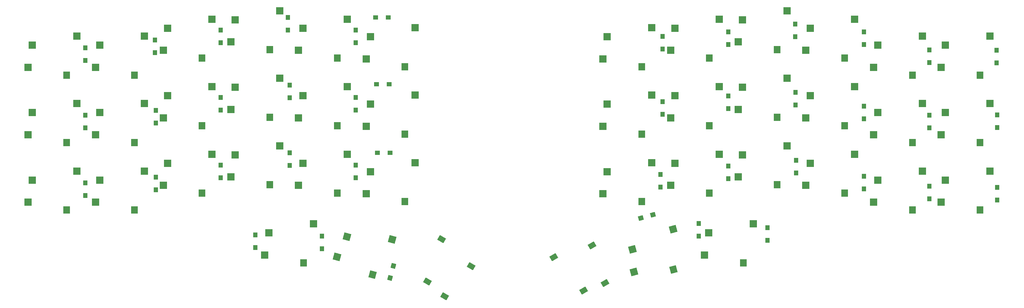
<source format=gbp>
G04 #@! TF.GenerationSoftware,KiCad,Pcbnew,(7.0.0-0)*
G04 #@! TF.CreationDate,2023-03-11T20:23:52-05:00*
G04 #@! TF.ProjectId,corne-ultralight,636f726e-652d-4756-9c74-72616c696768,2.0*
G04 #@! TF.SameCoordinates,Original*
G04 #@! TF.FileFunction,Paste,Bot*
G04 #@! TF.FilePolarity,Positive*
%FSLAX46Y46*%
G04 Gerber Fmt 4.6, Leading zero omitted, Abs format (unit mm)*
G04 Created by KiCad (PCBNEW (7.0.0-0)) date 2023-03-11 20:23:52*
%MOMM*%
%LPD*%
G01*
G04 APERTURE LIST*
G04 Aperture macros list*
%AMRotRect*
0 Rectangle, with rotation*
0 The origin of the aperture is its center*
0 $1 length*
0 $2 width*
0 $3 Rotation angle, in degrees counterclockwise*
0 Add horizontal line*
21,1,$1,$2,0,0,$3*%
G04 Aperture macros list end*
%ADD10R,1.900000X2.000000*%
%ADD11R,2.000000X2.000000*%
%ADD12RotRect,1.900000X2.000000X195.000000*%
%ADD13RotRect,2.000000X2.000000X195.000000*%
%ADD14RotRect,1.500000X2.000000X240.000000*%
%ADD15RotRect,1.900000X2.000000X165.000000*%
%ADD16RotRect,2.000000X2.000000X165.000000*%
%ADD17RotRect,1.500000X2.000000X300.000000*%
%ADD18R,1.300000X1.400000*%
%ADD19RotRect,1.400000X1.300000X15.000000*%
%ADD20RotRect,1.400000X1.300000X255.000000*%
%ADD21R,1.400000X1.300000*%
G04 APERTURE END LIST*
D10*
X281484846Y-51820431D03*
D11*
X284284846Y-40840431D03*
X270584846Y-49620431D03*
X271784846Y-43380431D03*
D10*
X262484846Y-51820431D03*
D11*
X265284846Y-40840431D03*
X251584846Y-49620431D03*
X252784846Y-43380431D03*
D10*
X243484846Y-47070431D03*
D11*
X246284846Y-36090431D03*
X232584846Y-44870431D03*
X233784846Y-38630431D03*
D10*
X224484846Y-44695431D03*
D11*
X227284846Y-33715431D03*
X213584846Y-42495431D03*
X214784846Y-36255431D03*
D10*
X205484846Y-47070431D03*
D11*
X208284846Y-36090431D03*
X194584846Y-44870431D03*
X195784846Y-38630431D03*
D10*
X186484846Y-49445431D03*
D11*
X189284846Y-38465431D03*
X175584846Y-47245431D03*
X176784846Y-41005431D03*
D10*
X281484846Y-70820431D03*
D11*
X284284846Y-59840431D03*
X270584846Y-68620431D03*
X271784846Y-62380431D03*
D10*
X262484846Y-70820431D03*
D11*
X265284846Y-59840431D03*
X251584846Y-68620431D03*
X252784846Y-62380431D03*
D10*
X243484846Y-66070431D03*
D11*
X246284846Y-55090431D03*
X232584846Y-63870431D03*
X233784846Y-57630431D03*
D10*
X224484846Y-63695431D03*
D11*
X227284846Y-52715431D03*
X213584846Y-61495431D03*
X214784846Y-55255431D03*
D10*
X205484846Y-66070431D03*
D11*
X208284846Y-55090431D03*
X194584846Y-63870431D03*
X195784846Y-57630431D03*
D10*
X186484846Y-68445431D03*
D11*
X189284846Y-57465431D03*
X175584846Y-66245431D03*
X176784846Y-60005431D03*
D10*
X281484846Y-89820431D03*
D11*
X284284846Y-78840431D03*
X270584846Y-87620431D03*
X271784846Y-81380431D03*
D10*
X262484846Y-89820431D03*
D11*
X265284846Y-78840431D03*
X251584846Y-87620431D03*
X252784846Y-81380431D03*
D10*
X243484846Y-85070431D03*
D11*
X246284846Y-74090431D03*
X232584846Y-82870431D03*
X233784846Y-76630431D03*
D10*
X224484846Y-82695431D03*
D11*
X227284846Y-71715431D03*
X213584846Y-80495431D03*
X214784846Y-74255431D03*
D10*
X205484846Y-85070431D03*
D11*
X208284846Y-74090431D03*
X194584846Y-82870431D03*
X195784846Y-76630431D03*
D10*
X214984846Y-104695431D03*
D11*
X217784846Y-93715431D03*
X204084846Y-102495431D03*
X205284846Y-96255431D03*
D12*
X195416471Y-106519700D03*
D13*
X195279230Y-95189141D03*
X184318477Y-107215791D03*
X183862557Y-100877831D03*
D10*
X186484846Y-87445431D03*
D11*
X189284846Y-76465431D03*
X175584846Y-85245431D03*
X176784846Y-79005431D03*
D10*
X119987499Y-49444999D03*
D11*
X122787499Y-38464999D03*
X109087499Y-47244999D03*
X110287499Y-41004999D03*
D10*
X100987499Y-47069999D03*
D11*
X103787499Y-36089999D03*
X90087499Y-44869999D03*
X91287499Y-38629999D03*
D10*
X81987499Y-44694999D03*
D11*
X84787499Y-33714999D03*
X71087499Y-42494999D03*
X72287499Y-36254999D03*
D10*
X62987499Y-47069999D03*
D11*
X65787499Y-36089999D03*
X52087499Y-44869999D03*
X53287499Y-38629999D03*
D10*
X43987499Y-51819999D03*
D11*
X46787499Y-40839999D03*
X33087499Y-49619999D03*
X34287499Y-43379999D03*
D10*
X119987499Y-87444999D03*
D11*
X122787499Y-76464999D03*
X109087499Y-85244999D03*
X110287499Y-79004999D03*
D14*
X130288090Y-97991859D03*
X138547049Y-105646923D03*
X126337794Y-109913972D03*
X131141793Y-114073202D03*
D10*
X24987499Y-89819999D03*
D11*
X27787499Y-78839999D03*
X14087499Y-87619999D03*
X15287499Y-81379999D03*
D15*
X110865059Y-107968655D03*
D16*
X116411484Y-98087482D03*
X100905869Y-103022490D03*
X103680011Y-97305696D03*
D10*
X91487499Y-104694999D03*
D11*
X94287499Y-93714999D03*
X80587499Y-102494999D03*
X81787499Y-96254999D03*
D10*
X100987499Y-85069999D03*
D11*
X103787499Y-74089999D03*
X90087499Y-82869999D03*
X91287499Y-76629999D03*
D10*
X81987499Y-82694999D03*
D11*
X84787499Y-71714999D03*
X71087499Y-80494999D03*
X72287499Y-74254999D03*
D10*
X62987499Y-85069999D03*
D11*
X65787499Y-74089999D03*
X52087499Y-82869999D03*
X53287499Y-76629999D03*
D10*
X43987499Y-89819999D03*
D11*
X46787499Y-78839999D03*
X33087499Y-87619999D03*
X34287499Y-81379999D03*
D10*
X119987499Y-68444999D03*
D11*
X122787499Y-57464999D03*
X109087499Y-66244999D03*
X110287499Y-60004999D03*
D10*
X100987499Y-66069999D03*
D11*
X103787499Y-55089999D03*
X90087499Y-63869999D03*
X91287499Y-57629999D03*
D10*
X81987499Y-63694999D03*
D11*
X84787499Y-52714999D03*
X71087499Y-61494999D03*
X72287499Y-55254999D03*
D10*
X62987499Y-66069999D03*
D11*
X65787499Y-55089999D03*
X52087499Y-63869999D03*
X53287499Y-57629999D03*
D10*
X43987499Y-70819999D03*
D11*
X46787499Y-59839999D03*
X33087499Y-68619999D03*
X34287499Y-62379999D03*
D10*
X24987499Y-70819999D03*
D11*
X27787499Y-59839999D03*
X14087499Y-68619999D03*
X15287499Y-62379999D03*
D10*
X24987499Y-51819999D03*
D11*
X27787499Y-40839999D03*
X14087499Y-49619999D03*
X15287499Y-43379999D03*
D17*
X161785437Y-103072291D03*
X172544396Y-99747355D03*
X170135141Y-112454404D03*
X176139140Y-110373634D03*
D18*
X286347499Y-87014999D03*
X286347499Y-83464999D03*
X248882499Y-83839999D03*
X248882499Y-80289999D03*
X229832499Y-79394999D03*
X229832499Y-75844999D03*
X210782499Y-80945431D03*
X210782499Y-77395431D03*
X191732499Y-83320431D03*
X191732499Y-79770431D03*
X221831499Y-98317999D03*
X221831499Y-94767999D03*
X202527499Y-97174999D03*
X202527499Y-93624999D03*
D19*
X189637017Y-91130595D03*
X186207981Y-92049403D03*
D18*
X286184846Y-48395431D03*
X286184846Y-44845431D03*
X267297499Y-48279999D03*
X267297499Y-44729999D03*
X248882499Y-43199999D03*
X248882499Y-39649999D03*
X229582499Y-41044999D03*
X229582499Y-37494999D03*
X210782499Y-43199999D03*
X210782499Y-39649999D03*
X192367499Y-44469999D03*
X192367499Y-40919999D03*
X286347499Y-66564999D03*
X286347499Y-63014999D03*
X267297499Y-66684999D03*
X267297499Y-63134999D03*
X248882499Y-64154999D03*
X248882499Y-60604999D03*
X229697499Y-60270431D03*
X229697499Y-56720431D03*
X210782499Y-61215431D03*
X210782499Y-57665431D03*
X50000499Y-84093999D03*
X50000499Y-80543999D03*
X50000499Y-65297999D03*
X50000499Y-61747999D03*
X49746499Y-45485999D03*
X49746499Y-41935999D03*
X192367499Y-62884999D03*
X192367499Y-59334999D03*
D20*
X115835095Y-108925517D03*
X116753903Y-105496481D03*
D18*
X96687499Y-100679999D03*
X96687499Y-97129999D03*
X77940499Y-100349999D03*
X77940499Y-96799999D03*
D21*
X115783499Y-73682999D03*
X112233499Y-73682999D03*
D18*
X106187499Y-80694999D03*
X106187499Y-77144999D03*
X87592499Y-77235999D03*
X87592499Y-73685999D03*
X68187499Y-80694999D03*
X68187499Y-77144999D03*
X30187499Y-85691874D03*
X30187499Y-82141874D03*
D21*
X115529499Y-54378999D03*
X111979499Y-54378999D03*
D18*
X106187499Y-61694999D03*
X106187499Y-58144999D03*
X87592499Y-58185999D03*
X87592499Y-54635999D03*
X68187499Y-61694999D03*
X68187499Y-58144999D03*
X30187499Y-66691874D03*
X30187499Y-63141874D03*
D21*
X115275499Y-35582999D03*
X111725499Y-35582999D03*
D18*
X106187499Y-42694999D03*
X106187499Y-39144999D03*
X87084499Y-39135999D03*
X87084499Y-35585999D03*
X68187499Y-42694999D03*
X68187499Y-39144999D03*
X30187499Y-47691874D03*
X30187499Y-44141874D03*
X267297499Y-86684999D03*
X267297499Y-83134999D03*
M02*

</source>
